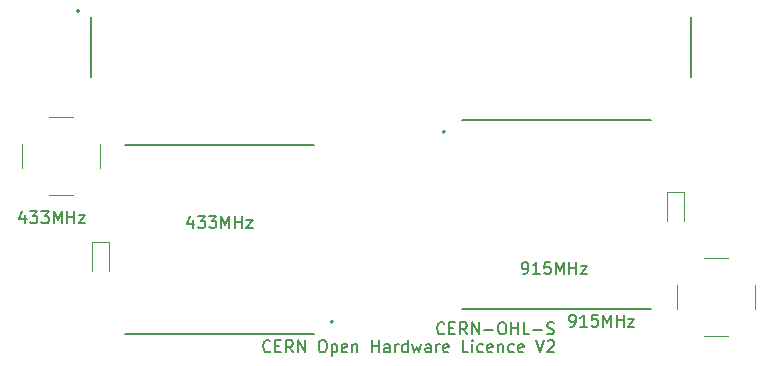
<source format=gbr>
%TF.GenerationSoftware,KiCad,Pcbnew,8.0.6*%
%TF.CreationDate,2024-11-17T19:32:38+08:00*%
%TF.ProjectId,RFM69HCW_v6,52464d36-3948-4435-975f-76362e6b6963,rev?*%
%TF.SameCoordinates,Original*%
%TF.FileFunction,Legend,Top*%
%TF.FilePolarity,Positive*%
%FSLAX46Y46*%
G04 Gerber Fmt 4.6, Leading zero omitted, Abs format (unit mm)*
G04 Created by KiCad (PCBNEW 8.0.6) date 2024-11-17 19:32:38*
%MOMM*%
%LPD*%
G01*
G04 APERTURE LIST*
%ADD10C,0.200000*%
%ADD11C,0.150000*%
%ADD12C,0.203200*%
%ADD13C,0.120000*%
G04 APERTURE END LIST*
D10*
X153511101Y-105831980D02*
X153463482Y-105879600D01*
X153463482Y-105879600D02*
X153320625Y-105927219D01*
X153320625Y-105927219D02*
X153225387Y-105927219D01*
X153225387Y-105927219D02*
X153082530Y-105879600D01*
X153082530Y-105879600D02*
X152987292Y-105784361D01*
X152987292Y-105784361D02*
X152939673Y-105689123D01*
X152939673Y-105689123D02*
X152892054Y-105498647D01*
X152892054Y-105498647D02*
X152892054Y-105355790D01*
X152892054Y-105355790D02*
X152939673Y-105165314D01*
X152939673Y-105165314D02*
X152987292Y-105070076D01*
X152987292Y-105070076D02*
X153082530Y-104974838D01*
X153082530Y-104974838D02*
X153225387Y-104927219D01*
X153225387Y-104927219D02*
X153320625Y-104927219D01*
X153320625Y-104927219D02*
X153463482Y-104974838D01*
X153463482Y-104974838D02*
X153511101Y-105022457D01*
X153939673Y-105403409D02*
X154273006Y-105403409D01*
X154415863Y-105927219D02*
X153939673Y-105927219D01*
X153939673Y-105927219D02*
X153939673Y-104927219D01*
X153939673Y-104927219D02*
X154415863Y-104927219D01*
X155415863Y-105927219D02*
X155082530Y-105451028D01*
X154844435Y-105927219D02*
X154844435Y-104927219D01*
X154844435Y-104927219D02*
X155225387Y-104927219D01*
X155225387Y-104927219D02*
X155320625Y-104974838D01*
X155320625Y-104974838D02*
X155368244Y-105022457D01*
X155368244Y-105022457D02*
X155415863Y-105117695D01*
X155415863Y-105117695D02*
X155415863Y-105260552D01*
X155415863Y-105260552D02*
X155368244Y-105355790D01*
X155368244Y-105355790D02*
X155320625Y-105403409D01*
X155320625Y-105403409D02*
X155225387Y-105451028D01*
X155225387Y-105451028D02*
X154844435Y-105451028D01*
X155844435Y-105927219D02*
X155844435Y-104927219D01*
X155844435Y-104927219D02*
X156415863Y-105927219D01*
X156415863Y-105927219D02*
X156415863Y-104927219D01*
X157844435Y-104927219D02*
X158034911Y-104927219D01*
X158034911Y-104927219D02*
X158130149Y-104974838D01*
X158130149Y-104974838D02*
X158225387Y-105070076D01*
X158225387Y-105070076D02*
X158273006Y-105260552D01*
X158273006Y-105260552D02*
X158273006Y-105593885D01*
X158273006Y-105593885D02*
X158225387Y-105784361D01*
X158225387Y-105784361D02*
X158130149Y-105879600D01*
X158130149Y-105879600D02*
X158034911Y-105927219D01*
X158034911Y-105927219D02*
X157844435Y-105927219D01*
X157844435Y-105927219D02*
X157749197Y-105879600D01*
X157749197Y-105879600D02*
X157653959Y-105784361D01*
X157653959Y-105784361D02*
X157606340Y-105593885D01*
X157606340Y-105593885D02*
X157606340Y-105260552D01*
X157606340Y-105260552D02*
X157653959Y-105070076D01*
X157653959Y-105070076D02*
X157749197Y-104974838D01*
X157749197Y-104974838D02*
X157844435Y-104927219D01*
X158701578Y-105260552D02*
X158701578Y-106260552D01*
X158701578Y-105308171D02*
X158796816Y-105260552D01*
X158796816Y-105260552D02*
X158987292Y-105260552D01*
X158987292Y-105260552D02*
X159082530Y-105308171D01*
X159082530Y-105308171D02*
X159130149Y-105355790D01*
X159130149Y-105355790D02*
X159177768Y-105451028D01*
X159177768Y-105451028D02*
X159177768Y-105736742D01*
X159177768Y-105736742D02*
X159130149Y-105831980D01*
X159130149Y-105831980D02*
X159082530Y-105879600D01*
X159082530Y-105879600D02*
X158987292Y-105927219D01*
X158987292Y-105927219D02*
X158796816Y-105927219D01*
X158796816Y-105927219D02*
X158701578Y-105879600D01*
X159987292Y-105879600D02*
X159892054Y-105927219D01*
X159892054Y-105927219D02*
X159701578Y-105927219D01*
X159701578Y-105927219D02*
X159606340Y-105879600D01*
X159606340Y-105879600D02*
X159558721Y-105784361D01*
X159558721Y-105784361D02*
X159558721Y-105403409D01*
X159558721Y-105403409D02*
X159606340Y-105308171D01*
X159606340Y-105308171D02*
X159701578Y-105260552D01*
X159701578Y-105260552D02*
X159892054Y-105260552D01*
X159892054Y-105260552D02*
X159987292Y-105308171D01*
X159987292Y-105308171D02*
X160034911Y-105403409D01*
X160034911Y-105403409D02*
X160034911Y-105498647D01*
X160034911Y-105498647D02*
X159558721Y-105593885D01*
X160463483Y-105260552D02*
X160463483Y-105927219D01*
X160463483Y-105355790D02*
X160511102Y-105308171D01*
X160511102Y-105308171D02*
X160606340Y-105260552D01*
X160606340Y-105260552D02*
X160749197Y-105260552D01*
X160749197Y-105260552D02*
X160844435Y-105308171D01*
X160844435Y-105308171D02*
X160892054Y-105403409D01*
X160892054Y-105403409D02*
X160892054Y-105927219D01*
X162130150Y-105927219D02*
X162130150Y-104927219D01*
X162130150Y-105403409D02*
X162701578Y-105403409D01*
X162701578Y-105927219D02*
X162701578Y-104927219D01*
X163606340Y-105927219D02*
X163606340Y-105403409D01*
X163606340Y-105403409D02*
X163558721Y-105308171D01*
X163558721Y-105308171D02*
X163463483Y-105260552D01*
X163463483Y-105260552D02*
X163273007Y-105260552D01*
X163273007Y-105260552D02*
X163177769Y-105308171D01*
X163606340Y-105879600D02*
X163511102Y-105927219D01*
X163511102Y-105927219D02*
X163273007Y-105927219D01*
X163273007Y-105927219D02*
X163177769Y-105879600D01*
X163177769Y-105879600D02*
X163130150Y-105784361D01*
X163130150Y-105784361D02*
X163130150Y-105689123D01*
X163130150Y-105689123D02*
X163177769Y-105593885D01*
X163177769Y-105593885D02*
X163273007Y-105546266D01*
X163273007Y-105546266D02*
X163511102Y-105546266D01*
X163511102Y-105546266D02*
X163606340Y-105498647D01*
X164082531Y-105927219D02*
X164082531Y-105260552D01*
X164082531Y-105451028D02*
X164130150Y-105355790D01*
X164130150Y-105355790D02*
X164177769Y-105308171D01*
X164177769Y-105308171D02*
X164273007Y-105260552D01*
X164273007Y-105260552D02*
X164368245Y-105260552D01*
X165130150Y-105927219D02*
X165130150Y-104927219D01*
X165130150Y-105879600D02*
X165034912Y-105927219D01*
X165034912Y-105927219D02*
X164844436Y-105927219D01*
X164844436Y-105927219D02*
X164749198Y-105879600D01*
X164749198Y-105879600D02*
X164701579Y-105831980D01*
X164701579Y-105831980D02*
X164653960Y-105736742D01*
X164653960Y-105736742D02*
X164653960Y-105451028D01*
X164653960Y-105451028D02*
X164701579Y-105355790D01*
X164701579Y-105355790D02*
X164749198Y-105308171D01*
X164749198Y-105308171D02*
X164844436Y-105260552D01*
X164844436Y-105260552D02*
X165034912Y-105260552D01*
X165034912Y-105260552D02*
X165130150Y-105308171D01*
X165511103Y-105260552D02*
X165701579Y-105927219D01*
X165701579Y-105927219D02*
X165892055Y-105451028D01*
X165892055Y-105451028D02*
X166082531Y-105927219D01*
X166082531Y-105927219D02*
X166273007Y-105260552D01*
X167082531Y-105927219D02*
X167082531Y-105403409D01*
X167082531Y-105403409D02*
X167034912Y-105308171D01*
X167034912Y-105308171D02*
X166939674Y-105260552D01*
X166939674Y-105260552D02*
X166749198Y-105260552D01*
X166749198Y-105260552D02*
X166653960Y-105308171D01*
X167082531Y-105879600D02*
X166987293Y-105927219D01*
X166987293Y-105927219D02*
X166749198Y-105927219D01*
X166749198Y-105927219D02*
X166653960Y-105879600D01*
X166653960Y-105879600D02*
X166606341Y-105784361D01*
X166606341Y-105784361D02*
X166606341Y-105689123D01*
X166606341Y-105689123D02*
X166653960Y-105593885D01*
X166653960Y-105593885D02*
X166749198Y-105546266D01*
X166749198Y-105546266D02*
X166987293Y-105546266D01*
X166987293Y-105546266D02*
X167082531Y-105498647D01*
X167558722Y-105927219D02*
X167558722Y-105260552D01*
X167558722Y-105451028D02*
X167606341Y-105355790D01*
X167606341Y-105355790D02*
X167653960Y-105308171D01*
X167653960Y-105308171D02*
X167749198Y-105260552D01*
X167749198Y-105260552D02*
X167844436Y-105260552D01*
X168558722Y-105879600D02*
X168463484Y-105927219D01*
X168463484Y-105927219D02*
X168273008Y-105927219D01*
X168273008Y-105927219D02*
X168177770Y-105879600D01*
X168177770Y-105879600D02*
X168130151Y-105784361D01*
X168130151Y-105784361D02*
X168130151Y-105403409D01*
X168130151Y-105403409D02*
X168177770Y-105308171D01*
X168177770Y-105308171D02*
X168273008Y-105260552D01*
X168273008Y-105260552D02*
X168463484Y-105260552D01*
X168463484Y-105260552D02*
X168558722Y-105308171D01*
X168558722Y-105308171D02*
X168606341Y-105403409D01*
X168606341Y-105403409D02*
X168606341Y-105498647D01*
X168606341Y-105498647D02*
X168130151Y-105593885D01*
X170273008Y-105927219D02*
X169796818Y-105927219D01*
X169796818Y-105927219D02*
X169796818Y-104927219D01*
X170606342Y-105927219D02*
X170606342Y-105260552D01*
X170606342Y-104927219D02*
X170558723Y-104974838D01*
X170558723Y-104974838D02*
X170606342Y-105022457D01*
X170606342Y-105022457D02*
X170653961Y-104974838D01*
X170653961Y-104974838D02*
X170606342Y-104927219D01*
X170606342Y-104927219D02*
X170606342Y-105022457D01*
X171511103Y-105879600D02*
X171415865Y-105927219D01*
X171415865Y-105927219D02*
X171225389Y-105927219D01*
X171225389Y-105927219D02*
X171130151Y-105879600D01*
X171130151Y-105879600D02*
X171082532Y-105831980D01*
X171082532Y-105831980D02*
X171034913Y-105736742D01*
X171034913Y-105736742D02*
X171034913Y-105451028D01*
X171034913Y-105451028D02*
X171082532Y-105355790D01*
X171082532Y-105355790D02*
X171130151Y-105308171D01*
X171130151Y-105308171D02*
X171225389Y-105260552D01*
X171225389Y-105260552D02*
X171415865Y-105260552D01*
X171415865Y-105260552D02*
X171511103Y-105308171D01*
X172320627Y-105879600D02*
X172225389Y-105927219D01*
X172225389Y-105927219D02*
X172034913Y-105927219D01*
X172034913Y-105927219D02*
X171939675Y-105879600D01*
X171939675Y-105879600D02*
X171892056Y-105784361D01*
X171892056Y-105784361D02*
X171892056Y-105403409D01*
X171892056Y-105403409D02*
X171939675Y-105308171D01*
X171939675Y-105308171D02*
X172034913Y-105260552D01*
X172034913Y-105260552D02*
X172225389Y-105260552D01*
X172225389Y-105260552D02*
X172320627Y-105308171D01*
X172320627Y-105308171D02*
X172368246Y-105403409D01*
X172368246Y-105403409D02*
X172368246Y-105498647D01*
X172368246Y-105498647D02*
X171892056Y-105593885D01*
X172796818Y-105260552D02*
X172796818Y-105927219D01*
X172796818Y-105355790D02*
X172844437Y-105308171D01*
X172844437Y-105308171D02*
X172939675Y-105260552D01*
X172939675Y-105260552D02*
X173082532Y-105260552D01*
X173082532Y-105260552D02*
X173177770Y-105308171D01*
X173177770Y-105308171D02*
X173225389Y-105403409D01*
X173225389Y-105403409D02*
X173225389Y-105927219D01*
X174130151Y-105879600D02*
X174034913Y-105927219D01*
X174034913Y-105927219D02*
X173844437Y-105927219D01*
X173844437Y-105927219D02*
X173749199Y-105879600D01*
X173749199Y-105879600D02*
X173701580Y-105831980D01*
X173701580Y-105831980D02*
X173653961Y-105736742D01*
X173653961Y-105736742D02*
X173653961Y-105451028D01*
X173653961Y-105451028D02*
X173701580Y-105355790D01*
X173701580Y-105355790D02*
X173749199Y-105308171D01*
X173749199Y-105308171D02*
X173844437Y-105260552D01*
X173844437Y-105260552D02*
X174034913Y-105260552D01*
X174034913Y-105260552D02*
X174130151Y-105308171D01*
X174939675Y-105879600D02*
X174844437Y-105927219D01*
X174844437Y-105927219D02*
X174653961Y-105927219D01*
X174653961Y-105927219D02*
X174558723Y-105879600D01*
X174558723Y-105879600D02*
X174511104Y-105784361D01*
X174511104Y-105784361D02*
X174511104Y-105403409D01*
X174511104Y-105403409D02*
X174558723Y-105308171D01*
X174558723Y-105308171D02*
X174653961Y-105260552D01*
X174653961Y-105260552D02*
X174844437Y-105260552D01*
X174844437Y-105260552D02*
X174939675Y-105308171D01*
X174939675Y-105308171D02*
X174987294Y-105403409D01*
X174987294Y-105403409D02*
X174987294Y-105498647D01*
X174987294Y-105498647D02*
X174511104Y-105593885D01*
X176034914Y-104927219D02*
X176368247Y-105927219D01*
X176368247Y-105927219D02*
X176701580Y-104927219D01*
X176987295Y-105022457D02*
X177034914Y-104974838D01*
X177034914Y-104974838D02*
X177130152Y-104927219D01*
X177130152Y-104927219D02*
X177368247Y-104927219D01*
X177368247Y-104927219D02*
X177463485Y-104974838D01*
X177463485Y-104974838D02*
X177511104Y-105022457D01*
X177511104Y-105022457D02*
X177558723Y-105117695D01*
X177558723Y-105117695D02*
X177558723Y-105212933D01*
X177558723Y-105212933D02*
X177511104Y-105355790D01*
X177511104Y-105355790D02*
X176939676Y-105927219D01*
X176939676Y-105927219D02*
X177558723Y-105927219D01*
X168241101Y-104311980D02*
X168193482Y-104359600D01*
X168193482Y-104359600D02*
X168050625Y-104407219D01*
X168050625Y-104407219D02*
X167955387Y-104407219D01*
X167955387Y-104407219D02*
X167812530Y-104359600D01*
X167812530Y-104359600D02*
X167717292Y-104264361D01*
X167717292Y-104264361D02*
X167669673Y-104169123D01*
X167669673Y-104169123D02*
X167622054Y-103978647D01*
X167622054Y-103978647D02*
X167622054Y-103835790D01*
X167622054Y-103835790D02*
X167669673Y-103645314D01*
X167669673Y-103645314D02*
X167717292Y-103550076D01*
X167717292Y-103550076D02*
X167812530Y-103454838D01*
X167812530Y-103454838D02*
X167955387Y-103407219D01*
X167955387Y-103407219D02*
X168050625Y-103407219D01*
X168050625Y-103407219D02*
X168193482Y-103454838D01*
X168193482Y-103454838D02*
X168241101Y-103502457D01*
X168669673Y-103883409D02*
X169003006Y-103883409D01*
X169145863Y-104407219D02*
X168669673Y-104407219D01*
X168669673Y-104407219D02*
X168669673Y-103407219D01*
X168669673Y-103407219D02*
X169145863Y-103407219D01*
X170145863Y-104407219D02*
X169812530Y-103931028D01*
X169574435Y-104407219D02*
X169574435Y-103407219D01*
X169574435Y-103407219D02*
X169955387Y-103407219D01*
X169955387Y-103407219D02*
X170050625Y-103454838D01*
X170050625Y-103454838D02*
X170098244Y-103502457D01*
X170098244Y-103502457D02*
X170145863Y-103597695D01*
X170145863Y-103597695D02*
X170145863Y-103740552D01*
X170145863Y-103740552D02*
X170098244Y-103835790D01*
X170098244Y-103835790D02*
X170050625Y-103883409D01*
X170050625Y-103883409D02*
X169955387Y-103931028D01*
X169955387Y-103931028D02*
X169574435Y-103931028D01*
X170574435Y-104407219D02*
X170574435Y-103407219D01*
X170574435Y-103407219D02*
X171145863Y-104407219D01*
X171145863Y-104407219D02*
X171145863Y-103407219D01*
X171622054Y-104026266D02*
X172383959Y-104026266D01*
X173050625Y-103407219D02*
X173241101Y-103407219D01*
X173241101Y-103407219D02*
X173336339Y-103454838D01*
X173336339Y-103454838D02*
X173431577Y-103550076D01*
X173431577Y-103550076D02*
X173479196Y-103740552D01*
X173479196Y-103740552D02*
X173479196Y-104073885D01*
X173479196Y-104073885D02*
X173431577Y-104264361D01*
X173431577Y-104264361D02*
X173336339Y-104359600D01*
X173336339Y-104359600D02*
X173241101Y-104407219D01*
X173241101Y-104407219D02*
X173050625Y-104407219D01*
X173050625Y-104407219D02*
X172955387Y-104359600D01*
X172955387Y-104359600D02*
X172860149Y-104264361D01*
X172860149Y-104264361D02*
X172812530Y-104073885D01*
X172812530Y-104073885D02*
X172812530Y-103740552D01*
X172812530Y-103740552D02*
X172860149Y-103550076D01*
X172860149Y-103550076D02*
X172955387Y-103454838D01*
X172955387Y-103454838D02*
X173050625Y-103407219D01*
X173907768Y-104407219D02*
X173907768Y-103407219D01*
X173907768Y-103883409D02*
X174479196Y-103883409D01*
X174479196Y-104407219D02*
X174479196Y-103407219D01*
X175431577Y-104407219D02*
X174955387Y-104407219D01*
X174955387Y-104407219D02*
X174955387Y-103407219D01*
X175764911Y-104026266D02*
X176526816Y-104026266D01*
X176955387Y-104359600D02*
X177098244Y-104407219D01*
X177098244Y-104407219D02*
X177336339Y-104407219D01*
X177336339Y-104407219D02*
X177431577Y-104359600D01*
X177431577Y-104359600D02*
X177479196Y-104311980D01*
X177479196Y-104311980D02*
X177526815Y-104216742D01*
X177526815Y-104216742D02*
X177526815Y-104121504D01*
X177526815Y-104121504D02*
X177479196Y-104026266D01*
X177479196Y-104026266D02*
X177431577Y-103978647D01*
X177431577Y-103978647D02*
X177336339Y-103931028D01*
X177336339Y-103931028D02*
X177145863Y-103883409D01*
X177145863Y-103883409D02*
X177050625Y-103835790D01*
X177050625Y-103835790D02*
X177003006Y-103788171D01*
X177003006Y-103788171D02*
X176955387Y-103692933D01*
X176955387Y-103692933D02*
X176955387Y-103597695D01*
X176955387Y-103597695D02*
X177003006Y-103502457D01*
X177003006Y-103502457D02*
X177050625Y-103454838D01*
X177050625Y-103454838D02*
X177145863Y-103407219D01*
X177145863Y-103407219D02*
X177383958Y-103407219D01*
X177383958Y-103407219D02*
X177526815Y-103454838D01*
D11*
X174878570Y-99306320D02*
X175069664Y-99306320D01*
X175069664Y-99306320D02*
X175165211Y-99258547D01*
X175165211Y-99258547D02*
X175212984Y-99210773D01*
X175212984Y-99210773D02*
X175308531Y-99067452D01*
X175308531Y-99067452D02*
X175356305Y-98876358D01*
X175356305Y-98876358D02*
X175356305Y-98494170D01*
X175356305Y-98494170D02*
X175308531Y-98398623D01*
X175308531Y-98398623D02*
X175260758Y-98350850D01*
X175260758Y-98350850D02*
X175165211Y-98303076D01*
X175165211Y-98303076D02*
X174974117Y-98303076D01*
X174974117Y-98303076D02*
X174878570Y-98350850D01*
X174878570Y-98350850D02*
X174830796Y-98398623D01*
X174830796Y-98398623D02*
X174783023Y-98494170D01*
X174783023Y-98494170D02*
X174783023Y-98733038D01*
X174783023Y-98733038D02*
X174830796Y-98828585D01*
X174830796Y-98828585D02*
X174878570Y-98876358D01*
X174878570Y-98876358D02*
X174974117Y-98924132D01*
X174974117Y-98924132D02*
X175165211Y-98924132D01*
X175165211Y-98924132D02*
X175260758Y-98876358D01*
X175260758Y-98876358D02*
X175308531Y-98828585D01*
X175308531Y-98828585D02*
X175356305Y-98733038D01*
X176311775Y-99306320D02*
X175738493Y-99306320D01*
X176025134Y-99306320D02*
X176025134Y-98303076D01*
X176025134Y-98303076D02*
X175929587Y-98446397D01*
X175929587Y-98446397D02*
X175834040Y-98541944D01*
X175834040Y-98541944D02*
X175738493Y-98589717D01*
X177219471Y-98303076D02*
X176741736Y-98303076D01*
X176741736Y-98303076D02*
X176693963Y-98780811D01*
X176693963Y-98780811D02*
X176741736Y-98733038D01*
X176741736Y-98733038D02*
X176837283Y-98685264D01*
X176837283Y-98685264D02*
X177076151Y-98685264D01*
X177076151Y-98685264D02*
X177171698Y-98733038D01*
X177171698Y-98733038D02*
X177219471Y-98780811D01*
X177219471Y-98780811D02*
X177267245Y-98876358D01*
X177267245Y-98876358D02*
X177267245Y-99115226D01*
X177267245Y-99115226D02*
X177219471Y-99210773D01*
X177219471Y-99210773D02*
X177171698Y-99258547D01*
X177171698Y-99258547D02*
X177076151Y-99306320D01*
X177076151Y-99306320D02*
X176837283Y-99306320D01*
X176837283Y-99306320D02*
X176741736Y-99258547D01*
X176741736Y-99258547D02*
X176693963Y-99210773D01*
X177697206Y-99306320D02*
X177697206Y-98303076D01*
X177697206Y-98303076D02*
X178031621Y-99019679D01*
X178031621Y-99019679D02*
X178366035Y-98303076D01*
X178366035Y-98303076D02*
X178366035Y-99306320D01*
X178843771Y-99306320D02*
X178843771Y-98303076D01*
X178843771Y-98780811D02*
X179417053Y-98780811D01*
X179417053Y-99306320D02*
X179417053Y-98303076D01*
X179799242Y-98637491D02*
X180324751Y-98637491D01*
X180324751Y-98637491D02*
X179799242Y-99306320D01*
X179799242Y-99306320D02*
X180324751Y-99306320D01*
X146940758Y-94747491D02*
X146940758Y-95416320D01*
X146701890Y-94365303D02*
X146463023Y-95081905D01*
X146463023Y-95081905D02*
X147084078Y-95081905D01*
X147370719Y-94413076D02*
X147991775Y-94413076D01*
X147991775Y-94413076D02*
X147657360Y-94795264D01*
X147657360Y-94795264D02*
X147800681Y-94795264D01*
X147800681Y-94795264D02*
X147896228Y-94843038D01*
X147896228Y-94843038D02*
X147944001Y-94890811D01*
X147944001Y-94890811D02*
X147991775Y-94986358D01*
X147991775Y-94986358D02*
X147991775Y-95225226D01*
X147991775Y-95225226D02*
X147944001Y-95320773D01*
X147944001Y-95320773D02*
X147896228Y-95368547D01*
X147896228Y-95368547D02*
X147800681Y-95416320D01*
X147800681Y-95416320D02*
X147514040Y-95416320D01*
X147514040Y-95416320D02*
X147418493Y-95368547D01*
X147418493Y-95368547D02*
X147370719Y-95320773D01*
X148326189Y-94413076D02*
X148947245Y-94413076D01*
X148947245Y-94413076D02*
X148612830Y-94795264D01*
X148612830Y-94795264D02*
X148756151Y-94795264D01*
X148756151Y-94795264D02*
X148851698Y-94843038D01*
X148851698Y-94843038D02*
X148899471Y-94890811D01*
X148899471Y-94890811D02*
X148947245Y-94986358D01*
X148947245Y-94986358D02*
X148947245Y-95225226D01*
X148947245Y-95225226D02*
X148899471Y-95320773D01*
X148899471Y-95320773D02*
X148851698Y-95368547D01*
X148851698Y-95368547D02*
X148756151Y-95416320D01*
X148756151Y-95416320D02*
X148469510Y-95416320D01*
X148469510Y-95416320D02*
X148373963Y-95368547D01*
X148373963Y-95368547D02*
X148326189Y-95320773D01*
X149377206Y-95416320D02*
X149377206Y-94413076D01*
X149377206Y-94413076D02*
X149711621Y-95129679D01*
X149711621Y-95129679D02*
X150046035Y-94413076D01*
X150046035Y-94413076D02*
X150046035Y-95416320D01*
X150523771Y-95416320D02*
X150523771Y-94413076D01*
X150523771Y-94890811D02*
X151097053Y-94890811D01*
X151097053Y-95416320D02*
X151097053Y-94413076D01*
X151479242Y-94747491D02*
X152004751Y-94747491D01*
X152004751Y-94747491D02*
X151479242Y-95416320D01*
X151479242Y-95416320D02*
X152004751Y-95416320D01*
X132740758Y-94337491D02*
X132740758Y-95006320D01*
X132501890Y-93955303D02*
X132263023Y-94671905D01*
X132263023Y-94671905D02*
X132884078Y-94671905D01*
X133170719Y-94003076D02*
X133791775Y-94003076D01*
X133791775Y-94003076D02*
X133457360Y-94385264D01*
X133457360Y-94385264D02*
X133600681Y-94385264D01*
X133600681Y-94385264D02*
X133696228Y-94433038D01*
X133696228Y-94433038D02*
X133744001Y-94480811D01*
X133744001Y-94480811D02*
X133791775Y-94576358D01*
X133791775Y-94576358D02*
X133791775Y-94815226D01*
X133791775Y-94815226D02*
X133744001Y-94910773D01*
X133744001Y-94910773D02*
X133696228Y-94958547D01*
X133696228Y-94958547D02*
X133600681Y-95006320D01*
X133600681Y-95006320D02*
X133314040Y-95006320D01*
X133314040Y-95006320D02*
X133218493Y-94958547D01*
X133218493Y-94958547D02*
X133170719Y-94910773D01*
X134126189Y-94003076D02*
X134747245Y-94003076D01*
X134747245Y-94003076D02*
X134412830Y-94385264D01*
X134412830Y-94385264D02*
X134556151Y-94385264D01*
X134556151Y-94385264D02*
X134651698Y-94433038D01*
X134651698Y-94433038D02*
X134699471Y-94480811D01*
X134699471Y-94480811D02*
X134747245Y-94576358D01*
X134747245Y-94576358D02*
X134747245Y-94815226D01*
X134747245Y-94815226D02*
X134699471Y-94910773D01*
X134699471Y-94910773D02*
X134651698Y-94958547D01*
X134651698Y-94958547D02*
X134556151Y-95006320D01*
X134556151Y-95006320D02*
X134269510Y-95006320D01*
X134269510Y-95006320D02*
X134173963Y-94958547D01*
X134173963Y-94958547D02*
X134126189Y-94910773D01*
X135177206Y-95006320D02*
X135177206Y-94003076D01*
X135177206Y-94003076D02*
X135511621Y-94719679D01*
X135511621Y-94719679D02*
X135846035Y-94003076D01*
X135846035Y-94003076D02*
X135846035Y-95006320D01*
X136323771Y-95006320D02*
X136323771Y-94003076D01*
X136323771Y-94480811D02*
X136897053Y-94480811D01*
X136897053Y-95006320D02*
X136897053Y-94003076D01*
X137279242Y-94337491D02*
X137804751Y-94337491D01*
X137804751Y-94337491D02*
X137279242Y-95006320D01*
X137279242Y-95006320D02*
X137804751Y-95006320D01*
X178898570Y-103756320D02*
X179089664Y-103756320D01*
X179089664Y-103756320D02*
X179185211Y-103708547D01*
X179185211Y-103708547D02*
X179232984Y-103660773D01*
X179232984Y-103660773D02*
X179328531Y-103517452D01*
X179328531Y-103517452D02*
X179376305Y-103326358D01*
X179376305Y-103326358D02*
X179376305Y-102944170D01*
X179376305Y-102944170D02*
X179328531Y-102848623D01*
X179328531Y-102848623D02*
X179280758Y-102800850D01*
X179280758Y-102800850D02*
X179185211Y-102753076D01*
X179185211Y-102753076D02*
X178994117Y-102753076D01*
X178994117Y-102753076D02*
X178898570Y-102800850D01*
X178898570Y-102800850D02*
X178850796Y-102848623D01*
X178850796Y-102848623D02*
X178803023Y-102944170D01*
X178803023Y-102944170D02*
X178803023Y-103183038D01*
X178803023Y-103183038D02*
X178850796Y-103278585D01*
X178850796Y-103278585D02*
X178898570Y-103326358D01*
X178898570Y-103326358D02*
X178994117Y-103374132D01*
X178994117Y-103374132D02*
X179185211Y-103374132D01*
X179185211Y-103374132D02*
X179280758Y-103326358D01*
X179280758Y-103326358D02*
X179328531Y-103278585D01*
X179328531Y-103278585D02*
X179376305Y-103183038D01*
X180331775Y-103756320D02*
X179758493Y-103756320D01*
X180045134Y-103756320D02*
X180045134Y-102753076D01*
X180045134Y-102753076D02*
X179949587Y-102896397D01*
X179949587Y-102896397D02*
X179854040Y-102991944D01*
X179854040Y-102991944D02*
X179758493Y-103039717D01*
X181239471Y-102753076D02*
X180761736Y-102753076D01*
X180761736Y-102753076D02*
X180713963Y-103230811D01*
X180713963Y-103230811D02*
X180761736Y-103183038D01*
X180761736Y-103183038D02*
X180857283Y-103135264D01*
X180857283Y-103135264D02*
X181096151Y-103135264D01*
X181096151Y-103135264D02*
X181191698Y-103183038D01*
X181191698Y-103183038D02*
X181239471Y-103230811D01*
X181239471Y-103230811D02*
X181287245Y-103326358D01*
X181287245Y-103326358D02*
X181287245Y-103565226D01*
X181287245Y-103565226D02*
X181239471Y-103660773D01*
X181239471Y-103660773D02*
X181191698Y-103708547D01*
X181191698Y-103708547D02*
X181096151Y-103756320D01*
X181096151Y-103756320D02*
X180857283Y-103756320D01*
X180857283Y-103756320D02*
X180761736Y-103708547D01*
X180761736Y-103708547D02*
X180713963Y-103660773D01*
X181717206Y-103756320D02*
X181717206Y-102753076D01*
X181717206Y-102753076D02*
X182051621Y-103469679D01*
X182051621Y-103469679D02*
X182386035Y-102753076D01*
X182386035Y-102753076D02*
X182386035Y-103756320D01*
X182863771Y-103756320D02*
X182863771Y-102753076D01*
X182863771Y-103230811D02*
X183437053Y-103230811D01*
X183437053Y-103756320D02*
X183437053Y-102753076D01*
X183819242Y-103087491D02*
X184344751Y-103087491D01*
X184344751Y-103087491D02*
X183819242Y-103756320D01*
X183819242Y-103756320D02*
X184344751Y-103756320D01*
D12*
%TO.C,REF\u002A\u002A*%
X141200000Y-88380000D02*
X157200000Y-88380000D01*
X157200000Y-104380000D02*
X141200000Y-104380000D01*
D10*
X158825000Y-103365000D02*
G75*
G02*
X158625000Y-103365000I-100000J0D01*
G01*
X158625000Y-103365000D02*
G75*
G02*
X158825000Y-103365000I100000J0D01*
G01*
X138340000Y-77580000D02*
X138340000Y-82660000D01*
X189140000Y-77580000D02*
X189140000Y-82660000D01*
X137330000Y-77055000D02*
G75*
G02*
X137130000Y-77055000I-100000J0D01*
G01*
X137130000Y-77055000D02*
G75*
G02*
X137330000Y-77055000I100000J0D01*
G01*
D13*
X132500000Y-88320000D02*
X132500000Y-90320000D01*
X134800000Y-86020000D02*
X136800000Y-86020000D01*
X134800000Y-92620000D02*
X136800000Y-92620000D01*
X139100000Y-88320000D02*
X139100000Y-90320000D01*
D12*
X169720000Y-86260000D02*
X185720000Y-86260000D01*
X185720000Y-102260000D02*
X169720000Y-102260000D01*
D10*
X168295000Y-87275000D02*
G75*
G02*
X168095000Y-87275000I-100000J0D01*
G01*
X168095000Y-87275000D02*
G75*
G02*
X168295000Y-87275000I100000J0D01*
G01*
D13*
X187970000Y-102280000D02*
X187970000Y-100280000D01*
X192270000Y-97980000D02*
X190270000Y-97980000D01*
X192270000Y-104580000D02*
X190270000Y-104580000D01*
X194570000Y-102280000D02*
X194570000Y-100280000D01*
%TO.C,D1*%
X187075000Y-92392500D02*
X187075000Y-94852500D01*
X188545000Y-92392500D02*
X187075000Y-92392500D01*
X188545000Y-94852500D02*
X188545000Y-92392500D01*
X138375000Y-96625000D02*
X138375000Y-99085000D01*
X139845000Y-96625000D02*
X138375000Y-96625000D01*
X139845000Y-99085000D02*
X139845000Y-96625000D01*
%TD*%
M02*

</source>
